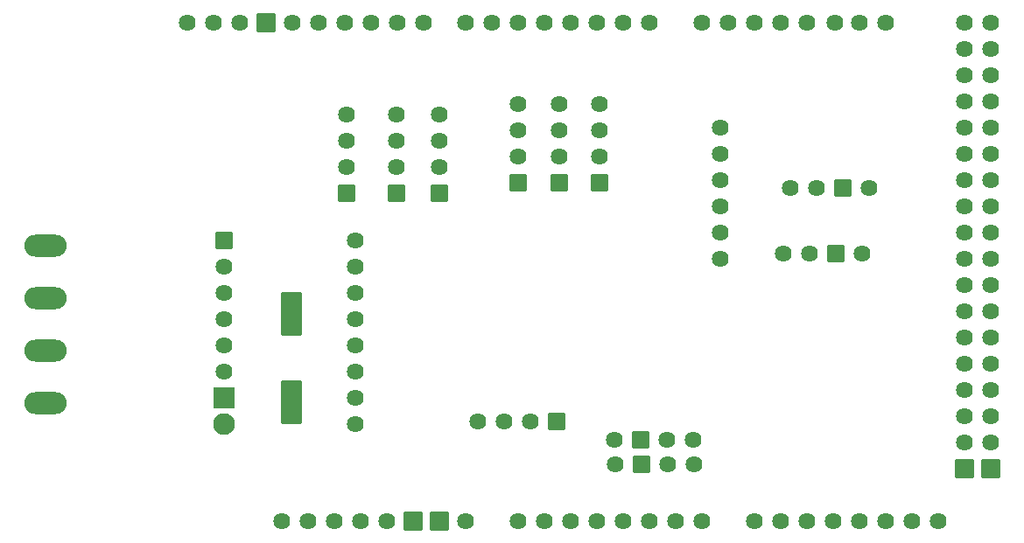
<source format=gts>
G04 Layer: TopSolderMaskLayer*
G04 EasyEDA v6.5.22, 2022-12-23 11:11:42*
G04 6bc2ae37271549389f3215a5b1e34c8e,48bb6e63cd8b433992a3f5e94ad137e8,10*
G04 Gerber Generator version 0.2*
G04 Scale: 100 percent, Rotated: No, Reflected: No *
G04 Dimensions in millimeters *
G04 leading zeros omitted , absolute positions ,4 integer and 5 decimal *
%FSLAX45Y45*%
%MOMM*%

%AMMACRO1*1,1,$1,$2,$3*1,1,$1,$4,$5*1,1,$1,0-$2,0-$3*1,1,$1,0-$4,0-$5*20,1,$1,$2,$3,$4,$5,0*20,1,$1,$4,$5,0-$2,0-$3,0*20,1,$1,0-$2,0-$3,0-$4,0-$5,0*20,1,$1,0-$4,0-$5,$2,$3,0*4,1,4,$2,$3,$4,$5,0-$2,0-$3,0-$4,0-$5,$2,$3,0*%
%ADD10MACRO1,0.2032X-0.9X-2X-0.9X2*%
%ADD11C,1.6256*%
%ADD12MACRO1,0.1016X-0.85X0.85X0.85X0.85*%
%ADD13MACRO1,0.1016X0.762X0.762X0.762X-0.762*%
%ADD14MACRO1,0.1016X-0.762X0.762X0.762X0.762*%
%ADD15MACRO1,0.1016X0.762X-0.762X-0.762X-0.762*%
%ADD16C,2.1016*%
%ADD17MACRO1,0.1016X1X-1X-1X-1*%
%ADD18O,4.101592X2.1246084*%

%LPD*%
D10*
G01*
X2882917Y-3933433D03*
G01*
X2882917Y-3073389D03*
D11*
G01*
X2794000Y-5080000D03*
G01*
X3048000Y-5080000D03*
G01*
X3302000Y-5080000D03*
G01*
X3556000Y-5080000D03*
G01*
X3810000Y-5080000D03*
D12*
G01*
X4064001Y-5080001D03*
G01*
X4318001Y-5080001D03*
D11*
G01*
X4572000Y-5080000D03*
G01*
X5080000Y-5080000D03*
G01*
X5334000Y-5080000D03*
G01*
X5588000Y-5080000D03*
G01*
X5842000Y-5080000D03*
G01*
X6096000Y-5080000D03*
G01*
X6350000Y-5080000D03*
G01*
X6604000Y-5080000D03*
G01*
X6858000Y-5080000D03*
G01*
X7366000Y-5080000D03*
G01*
X7620000Y-5080000D03*
G01*
X7874000Y-5080000D03*
G01*
X8128000Y-5080000D03*
G01*
X8382000Y-5080000D03*
G01*
X8636000Y-5080000D03*
G01*
X8890000Y-5080000D03*
G01*
X9144000Y-5080000D03*
D12*
G01*
X9398001Y-4572001D03*
D11*
G01*
X9398000Y-4318000D03*
G01*
X9398000Y-4064000D03*
G01*
X9398000Y-3810000D03*
G01*
X9398000Y-3556000D03*
G01*
X9398000Y-3302000D03*
G01*
X9398000Y-3048000D03*
G01*
X9398000Y-2794000D03*
G01*
X9398000Y-2540000D03*
G01*
X9398000Y-2286000D03*
G01*
X9398000Y-2032000D03*
G01*
X9398000Y-1778000D03*
G01*
X9398000Y-1524000D03*
G01*
X9398000Y-1270000D03*
G01*
X9398000Y-1016000D03*
G01*
X9398000Y-762000D03*
G01*
X9398000Y-508000D03*
G01*
X9398000Y-254000D03*
D12*
G01*
X9652001Y-4572001D03*
D11*
G01*
X9652000Y-4318000D03*
G01*
X9652000Y-4064000D03*
G01*
X9652000Y-3810000D03*
G01*
X9652000Y-3556000D03*
G01*
X9652000Y-3302000D03*
G01*
X9652000Y-3048000D03*
G01*
X9652000Y-2794000D03*
G01*
X9652000Y-2540000D03*
G01*
X9652000Y-2286000D03*
G01*
X9652000Y-2032000D03*
G01*
X9652000Y-1778000D03*
G01*
X9652000Y-1524000D03*
G01*
X9652000Y-1270000D03*
G01*
X9652000Y-1016000D03*
G01*
X9652000Y-762000D03*
G01*
X9652000Y-508000D03*
G01*
X9652000Y-254000D03*
G01*
X1879600Y-254000D03*
G01*
X2133600Y-254000D03*
G01*
X2387600Y-254000D03*
D12*
G01*
X2641601Y-254001D03*
D11*
G01*
X2895600Y-254000D03*
G01*
X3149600Y-254000D03*
G01*
X3403600Y-254000D03*
G01*
X3657600Y-254000D03*
G01*
X3911600Y-254000D03*
G01*
X4165600Y-254000D03*
G01*
X4572000Y-254000D03*
G01*
X4826000Y-254000D03*
G01*
X5080000Y-254000D03*
G01*
X5334000Y-254000D03*
G01*
X5588000Y-254000D03*
G01*
X5842000Y-254000D03*
G01*
X6096000Y-254000D03*
G01*
X6350000Y-254000D03*
G01*
X6858000Y-254000D03*
G01*
X7112000Y-254000D03*
G01*
X7366000Y-254000D03*
G01*
X7620000Y-254000D03*
G01*
X7874000Y-254000D03*
G01*
X8140700Y-254000D03*
G01*
X8382000Y-254000D03*
G01*
X8636000Y-254000D03*
D13*
G01*
X5867400Y-1803400D03*
D11*
G01*
X5867400Y-1549400D03*
G01*
X5867400Y-1295400D03*
G01*
X5867400Y-1041400D03*
D13*
G01*
X5473700Y-1803400D03*
D11*
G01*
X5473700Y-1549400D03*
G01*
X5473700Y-1295400D03*
G01*
X5473700Y-1041400D03*
D13*
G01*
X5080000Y-1803400D03*
D11*
G01*
X5080000Y-1549400D03*
G01*
X5080000Y-1295400D03*
G01*
X5080000Y-1041400D03*
D14*
G01*
X5448300Y-4114800D03*
D11*
G01*
X5194300Y-4114800D03*
G01*
X4940300Y-4114800D03*
G01*
X4686300Y-4114800D03*
G01*
X8470900Y-1854200D03*
D15*
G01*
X8216900Y-1854200D03*
D11*
G01*
X7962900Y-1854200D03*
G01*
X7708900Y-1854200D03*
G01*
X6772275Y-4295775D03*
G01*
X6518275Y-4295775D03*
D15*
G01*
X6264275Y-4295775D03*
D11*
G01*
X6010275Y-4295775D03*
G01*
X8402650Y-2492375D03*
D15*
G01*
X8148624Y-2492375D03*
D11*
G01*
X7894650Y-2492375D03*
G01*
X7640650Y-2492375D03*
G01*
X3416300Y-1143000D03*
G01*
X3416300Y-1397000D03*
G01*
X3416300Y-1651000D03*
D13*
G01*
X3416292Y-1904997D03*
D11*
G01*
X3898900Y-1143000D03*
G01*
X4318000Y-1143000D03*
G01*
X4318000Y-1397000D03*
G01*
X3898900Y-1397000D03*
G01*
X3898900Y-1651000D03*
G01*
X4318000Y-1651000D03*
D13*
G01*
X4317992Y-1904997D03*
G01*
X3898892Y-1904997D03*
D11*
G01*
X6016625Y-4530725D03*
D14*
G01*
X6270625Y-4530725D03*
D11*
G01*
X6524625Y-4530725D03*
G01*
X6778625Y-4530725D03*
D16*
G01*
X2235200Y-4140200D03*
D11*
G01*
X3505200Y-4140200D03*
G01*
X3505200Y-2362200D03*
D15*
G01*
X2235200Y-2362200D03*
D11*
G01*
X3505200Y-3886200D03*
G01*
X3505200Y-3632200D03*
G01*
X3505200Y-3378200D03*
G01*
X3505200Y-3124200D03*
G01*
X3505200Y-2870200D03*
G01*
X3505200Y-2616200D03*
D17*
G01*
X2235200Y-3886200D03*
D11*
G01*
X2235200Y-3632200D03*
G01*
X2235200Y-3378200D03*
G01*
X2235200Y-3124200D03*
G01*
X2235200Y-2870200D03*
G01*
X2235200Y-2616200D03*
D18*
G01*
X508000Y-2921000D03*
G01*
X508000Y-3429000D03*
G01*
X508000Y-3937000D03*
G01*
X508000Y-2413000D03*
D11*
G01*
X7035800Y-1270000D03*
G01*
X7035800Y-1524000D03*
G01*
X7035800Y-1778000D03*
G01*
X7035800Y-2032000D03*
G01*
X7035800Y-2286000D03*
G01*
X7035800Y-2540000D03*
M02*

</source>
